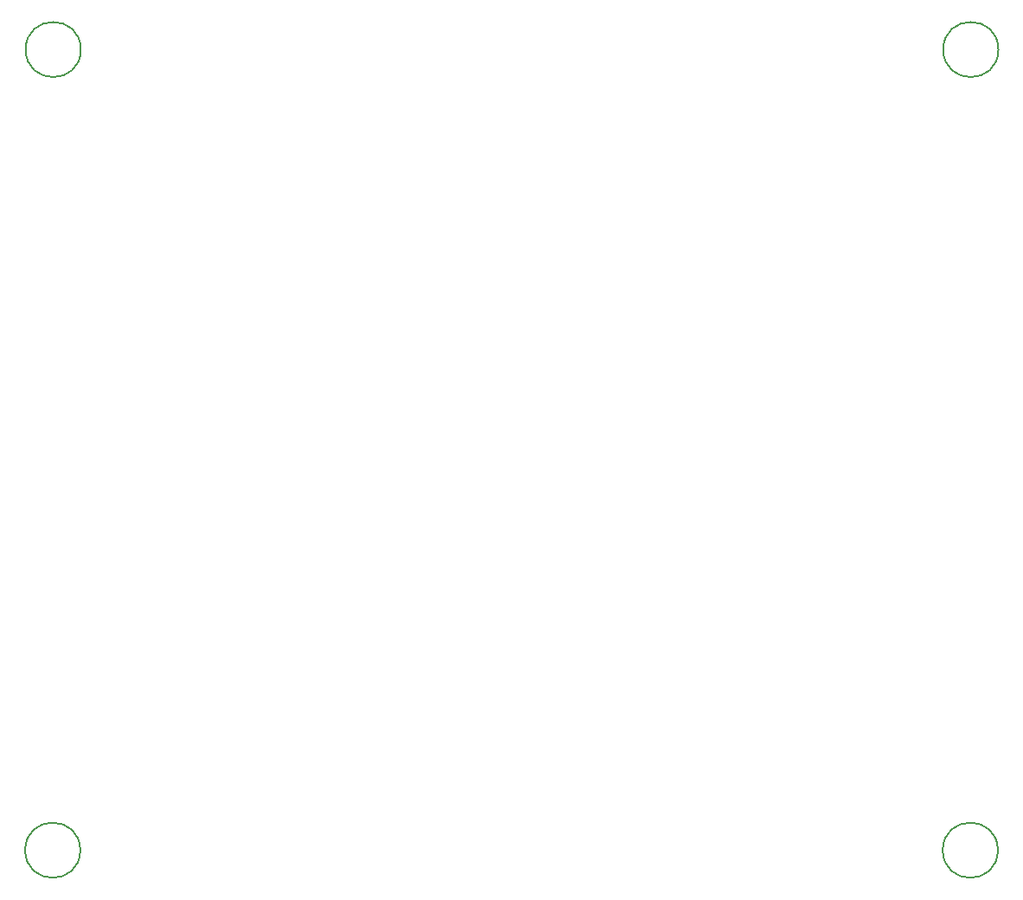
<source format=gbr>
%TF.GenerationSoftware,KiCad,Pcbnew,8.0.4*%
%TF.CreationDate,2024-08-27T11:51:51+09:00*%
%TF.ProjectId,gen2,67656e32-2e6b-4696-9361-645f70636258,rev?*%
%TF.SameCoordinates,PX48ab840PY9157080*%
%TF.FileFunction,Other,Comment*%
%FSLAX46Y46*%
G04 Gerber Fmt 4.6, Leading zero omitted, Abs format (unit mm)*
G04 Created by KiCad (PCBNEW 8.0.4) date 2024-08-27 11:51:51*
%MOMM*%
%LPD*%
G01*
G04 APERTURE LIST*
%ADD10C,0.150000*%
G04 APERTURE END LIST*
D10*
%TO.C,hole_upper_right*%
X128171950Y88127750D02*
G75*
G02*
X122771950Y88127750I-2700000J0D01*
G01*
X122771950Y88127750D02*
G75*
G02*
X128171950Y88127750I2700000J0D01*
G01*
%TO.C,hole_lower_right*%
X128121150Y9794150D02*
G75*
G02*
X122721150Y9794150I-2700000J0D01*
G01*
X122721150Y9794150D02*
G75*
G02*
X128121150Y9794150I2700000J0D01*
G01*
%TO.C,hole_upper_left*%
X38331950Y88127750D02*
G75*
G02*
X32931950Y88127750I-2700000J0D01*
G01*
X32931950Y88127750D02*
G75*
G02*
X38331950Y88127750I2700000J0D01*
G01*
%TO.C,hole_lower_left*%
X38281150Y9794150D02*
G75*
G02*
X32881150Y9794150I-2700000J0D01*
G01*
X32881150Y9794150D02*
G75*
G02*
X38281150Y9794150I2700000J0D01*
G01*
%TD*%
M02*

</source>
